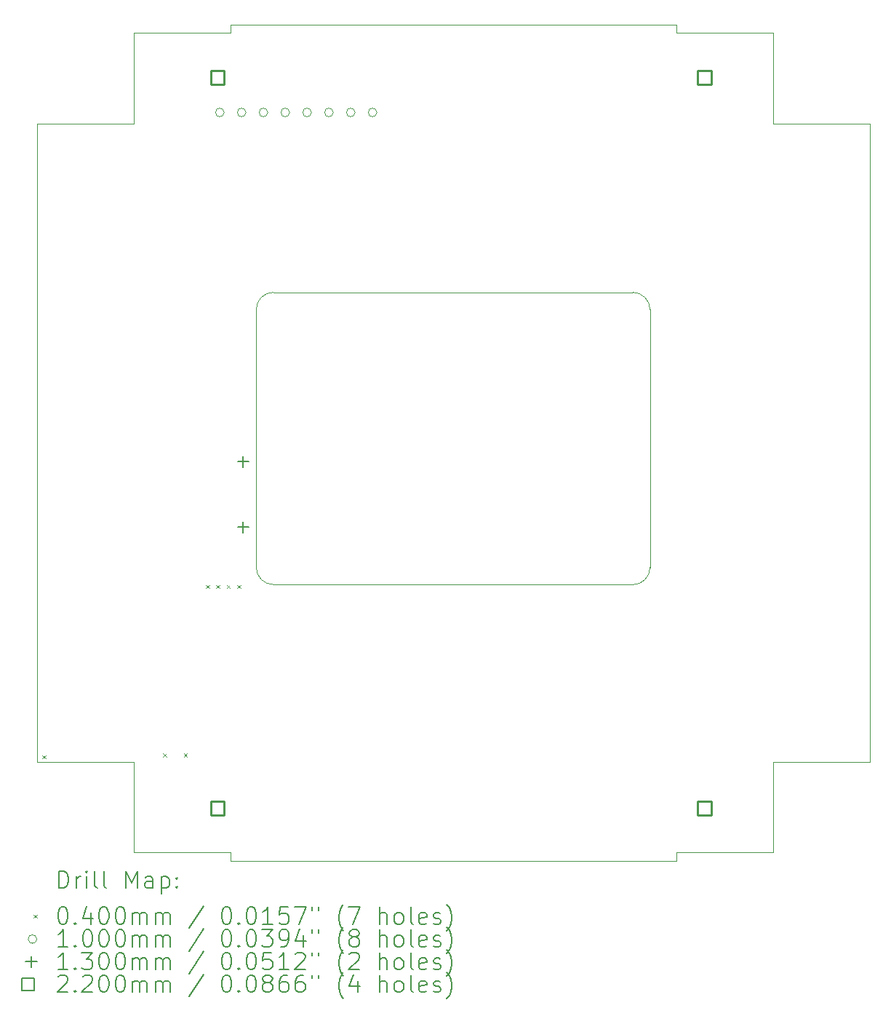
<source format=gbr>
%FSLAX45Y45*%
G04 Gerber Fmt 4.5, Leading zero omitted, Abs format (unit mm)*
G04 Created by KiCad (PCBNEW (6.0.5)) date 2023-01-23 16:43:18*
%MOMM*%
%LPD*%
G01*
G04 APERTURE LIST*
%TA.AperFunction,Profile*%
%ADD10C,0.100000*%
%TD*%
%TA.AperFunction,Profile*%
%ADD11C,0.050000*%
%TD*%
%ADD12C,0.200000*%
%ADD13C,0.040000*%
%ADD14C,0.100000*%
%ADD15C,0.130000*%
%ADD16C,0.220000*%
G04 APERTURE END LIST*
D10*
X15433452Y-10952000D02*
G75*
G03*
X15633680Y-10751321I-452J200680D01*
G01*
X15632679Y-7751548D02*
G75*
G03*
X15432000Y-7551320I-200680J-452D01*
G01*
X11049000Y-10750772D02*
G75*
G03*
X11249679Y-10951000I200679J452D01*
G01*
X11249000Y-7551000D02*
G75*
G03*
X11048772Y-7751679I452J-200680D01*
G01*
X15433452Y-10952000D02*
X11249679Y-10951000D01*
X11249000Y-7551000D02*
X15432000Y-7551320D01*
X11048772Y-7751679D02*
X11049000Y-10750772D01*
X15632679Y-7751548D02*
X15633680Y-10751321D01*
D11*
X9624200Y-14068320D02*
X9624200Y-13016760D01*
X15938800Y-14068320D02*
X15938800Y-14168320D01*
X18193800Y-5587000D02*
X17066400Y-5587000D01*
X8497000Y-5587000D02*
X8496800Y-13016760D01*
X10751800Y-4535440D02*
X10751800Y-4435440D01*
X10751600Y-14068320D02*
X9624200Y-14068320D01*
X15938800Y-14168320D02*
X10751600Y-14168320D01*
X17066200Y-14068320D02*
X15938800Y-14068320D01*
X18193600Y-13016760D02*
X18193800Y-5587000D01*
X17066200Y-14068320D02*
X17066200Y-13016760D01*
X9624400Y-5587000D02*
X9624400Y-4535440D01*
X10751800Y-4535440D02*
X9624400Y-4535440D01*
X10751600Y-14168320D02*
X10751600Y-14068320D01*
X9624400Y-5587000D02*
X8497000Y-5587000D01*
X17066400Y-5587000D02*
X17066400Y-4535440D01*
X9624200Y-13016760D02*
X8496800Y-13016760D01*
X18193600Y-13016760D02*
X17066200Y-13016760D01*
X15939000Y-4435440D02*
X10751800Y-4435440D01*
X15939000Y-4435440D02*
X15939000Y-4535440D01*
X17066400Y-4535440D02*
X15939000Y-4535440D01*
D12*
D13*
X8561000Y-12937000D02*
X8601000Y-12977000D01*
X8601000Y-12937000D02*
X8561000Y-12977000D01*
X9961400Y-12914000D02*
X10001400Y-12954000D01*
X10001400Y-12914000D02*
X9961400Y-12954000D01*
X10206200Y-12914000D02*
X10246200Y-12954000D01*
X10246200Y-12914000D02*
X10206200Y-12954000D01*
X10460800Y-10955600D02*
X10500800Y-10995600D01*
X10500800Y-10955600D02*
X10460800Y-10995600D01*
X10583200Y-10955600D02*
X10623200Y-10995600D01*
X10623200Y-10955600D02*
X10583200Y-10995600D01*
X10705600Y-10955600D02*
X10745600Y-10995600D01*
X10745600Y-10955600D02*
X10705600Y-10995600D01*
X10828000Y-10955600D02*
X10868000Y-10995600D01*
X10868000Y-10955600D02*
X10828000Y-10995600D01*
D14*
X10675400Y-5458560D02*
G75*
G03*
X10675400Y-5458560I-50000J0D01*
G01*
X10929400Y-5458560D02*
G75*
G03*
X10929400Y-5458560I-50000J0D01*
G01*
X11183400Y-5458560D02*
G75*
G03*
X11183400Y-5458560I-50000J0D01*
G01*
X11437400Y-5458560D02*
G75*
G03*
X11437400Y-5458560I-50000J0D01*
G01*
X11691400Y-5458560D02*
G75*
G03*
X11691400Y-5458560I-50000J0D01*
G01*
X11945400Y-5458560D02*
G75*
G03*
X11945400Y-5458560I-50000J0D01*
G01*
X12199400Y-5458560D02*
G75*
G03*
X12199400Y-5458560I-50000J0D01*
G01*
X12453400Y-5458560D02*
G75*
G03*
X12453400Y-5458560I-50000J0D01*
G01*
D15*
X10897600Y-9456760D02*
X10897600Y-9586760D01*
X10832600Y-9521760D02*
X10962600Y-9521760D01*
X10897600Y-10218760D02*
X10897600Y-10348760D01*
X10832600Y-10283760D02*
X10962600Y-10283760D01*
D16*
X10676583Y-5129103D02*
X10676583Y-4973538D01*
X10521018Y-4973538D01*
X10521018Y-5129103D01*
X10676583Y-5129103D01*
X10676583Y-13629102D02*
X10676583Y-13473537D01*
X10521018Y-13473537D01*
X10521018Y-13629102D01*
X10676583Y-13629102D01*
X16343982Y-5129103D02*
X16343982Y-4973538D01*
X16188417Y-4973538D01*
X16188417Y-5129103D01*
X16343982Y-5129103D01*
X16343982Y-13629102D02*
X16343982Y-13473537D01*
X16188417Y-13473537D01*
X16188417Y-13629102D01*
X16343982Y-13629102D01*
D12*
X8751919Y-14481296D02*
X8751919Y-14281296D01*
X8799538Y-14281296D01*
X8828110Y-14290820D01*
X8847157Y-14309868D01*
X8856681Y-14328915D01*
X8866205Y-14367010D01*
X8866205Y-14395582D01*
X8856681Y-14433677D01*
X8847157Y-14452725D01*
X8828110Y-14471772D01*
X8799538Y-14481296D01*
X8751919Y-14481296D01*
X8951919Y-14481296D02*
X8951919Y-14347963D01*
X8951919Y-14386058D02*
X8961443Y-14367010D01*
X8970967Y-14357487D01*
X8990014Y-14347963D01*
X9009062Y-14347963D01*
X9075729Y-14481296D02*
X9075729Y-14347963D01*
X9075729Y-14281296D02*
X9066205Y-14290820D01*
X9075729Y-14300344D01*
X9085252Y-14290820D01*
X9075729Y-14281296D01*
X9075729Y-14300344D01*
X9199538Y-14481296D02*
X9180490Y-14471772D01*
X9170967Y-14452725D01*
X9170967Y-14281296D01*
X9304300Y-14481296D02*
X9285252Y-14471772D01*
X9275729Y-14452725D01*
X9275729Y-14281296D01*
X9532871Y-14481296D02*
X9532871Y-14281296D01*
X9599538Y-14424153D01*
X9666205Y-14281296D01*
X9666205Y-14481296D01*
X9847157Y-14481296D02*
X9847157Y-14376534D01*
X9837633Y-14357487D01*
X9818586Y-14347963D01*
X9780490Y-14347963D01*
X9761443Y-14357487D01*
X9847157Y-14471772D02*
X9828110Y-14481296D01*
X9780490Y-14481296D01*
X9761443Y-14471772D01*
X9751919Y-14452725D01*
X9751919Y-14433677D01*
X9761443Y-14414629D01*
X9780490Y-14405106D01*
X9828110Y-14405106D01*
X9847157Y-14395582D01*
X9942395Y-14347963D02*
X9942395Y-14547963D01*
X9942395Y-14357487D02*
X9961443Y-14347963D01*
X9999538Y-14347963D01*
X10018586Y-14357487D01*
X10028110Y-14367010D01*
X10037633Y-14386058D01*
X10037633Y-14443201D01*
X10028110Y-14462248D01*
X10018586Y-14471772D01*
X9999538Y-14481296D01*
X9961443Y-14481296D01*
X9942395Y-14471772D01*
X10123348Y-14462248D02*
X10132871Y-14471772D01*
X10123348Y-14481296D01*
X10113824Y-14471772D01*
X10123348Y-14462248D01*
X10123348Y-14481296D01*
X10123348Y-14357487D02*
X10132871Y-14367010D01*
X10123348Y-14376534D01*
X10113824Y-14367010D01*
X10123348Y-14357487D01*
X10123348Y-14376534D01*
D13*
X8454300Y-14790820D02*
X8494300Y-14830820D01*
X8494300Y-14790820D02*
X8454300Y-14830820D01*
D12*
X8790014Y-14701296D02*
X8809062Y-14701296D01*
X8828110Y-14710820D01*
X8837633Y-14720344D01*
X8847157Y-14739391D01*
X8856681Y-14777487D01*
X8856681Y-14825106D01*
X8847157Y-14863201D01*
X8837633Y-14882248D01*
X8828110Y-14891772D01*
X8809062Y-14901296D01*
X8790014Y-14901296D01*
X8770967Y-14891772D01*
X8761443Y-14882248D01*
X8751919Y-14863201D01*
X8742395Y-14825106D01*
X8742395Y-14777487D01*
X8751919Y-14739391D01*
X8761443Y-14720344D01*
X8770967Y-14710820D01*
X8790014Y-14701296D01*
X8942395Y-14882248D02*
X8951919Y-14891772D01*
X8942395Y-14901296D01*
X8932871Y-14891772D01*
X8942395Y-14882248D01*
X8942395Y-14901296D01*
X9123348Y-14767963D02*
X9123348Y-14901296D01*
X9075729Y-14691772D02*
X9028110Y-14834629D01*
X9151919Y-14834629D01*
X9266205Y-14701296D02*
X9285252Y-14701296D01*
X9304300Y-14710820D01*
X9313824Y-14720344D01*
X9323348Y-14739391D01*
X9332871Y-14777487D01*
X9332871Y-14825106D01*
X9323348Y-14863201D01*
X9313824Y-14882248D01*
X9304300Y-14891772D01*
X9285252Y-14901296D01*
X9266205Y-14901296D01*
X9247157Y-14891772D01*
X9237633Y-14882248D01*
X9228110Y-14863201D01*
X9218586Y-14825106D01*
X9218586Y-14777487D01*
X9228110Y-14739391D01*
X9237633Y-14720344D01*
X9247157Y-14710820D01*
X9266205Y-14701296D01*
X9456681Y-14701296D02*
X9475729Y-14701296D01*
X9494776Y-14710820D01*
X9504300Y-14720344D01*
X9513824Y-14739391D01*
X9523348Y-14777487D01*
X9523348Y-14825106D01*
X9513824Y-14863201D01*
X9504300Y-14882248D01*
X9494776Y-14891772D01*
X9475729Y-14901296D01*
X9456681Y-14901296D01*
X9437633Y-14891772D01*
X9428110Y-14882248D01*
X9418586Y-14863201D01*
X9409062Y-14825106D01*
X9409062Y-14777487D01*
X9418586Y-14739391D01*
X9428110Y-14720344D01*
X9437633Y-14710820D01*
X9456681Y-14701296D01*
X9609062Y-14901296D02*
X9609062Y-14767963D01*
X9609062Y-14787010D02*
X9618586Y-14777487D01*
X9637633Y-14767963D01*
X9666205Y-14767963D01*
X9685252Y-14777487D01*
X9694776Y-14796534D01*
X9694776Y-14901296D01*
X9694776Y-14796534D02*
X9704300Y-14777487D01*
X9723348Y-14767963D01*
X9751919Y-14767963D01*
X9770967Y-14777487D01*
X9780490Y-14796534D01*
X9780490Y-14901296D01*
X9875729Y-14901296D02*
X9875729Y-14767963D01*
X9875729Y-14787010D02*
X9885252Y-14777487D01*
X9904300Y-14767963D01*
X9932871Y-14767963D01*
X9951919Y-14777487D01*
X9961443Y-14796534D01*
X9961443Y-14901296D01*
X9961443Y-14796534D02*
X9970967Y-14777487D01*
X9990014Y-14767963D01*
X10018586Y-14767963D01*
X10037633Y-14777487D01*
X10047157Y-14796534D01*
X10047157Y-14901296D01*
X10437633Y-14691772D02*
X10266205Y-14948915D01*
X10694776Y-14701296D02*
X10713824Y-14701296D01*
X10732871Y-14710820D01*
X10742395Y-14720344D01*
X10751919Y-14739391D01*
X10761443Y-14777487D01*
X10761443Y-14825106D01*
X10751919Y-14863201D01*
X10742395Y-14882248D01*
X10732871Y-14891772D01*
X10713824Y-14901296D01*
X10694776Y-14901296D01*
X10675729Y-14891772D01*
X10666205Y-14882248D01*
X10656681Y-14863201D01*
X10647157Y-14825106D01*
X10647157Y-14777487D01*
X10656681Y-14739391D01*
X10666205Y-14720344D01*
X10675729Y-14710820D01*
X10694776Y-14701296D01*
X10847157Y-14882248D02*
X10856681Y-14891772D01*
X10847157Y-14901296D01*
X10837633Y-14891772D01*
X10847157Y-14882248D01*
X10847157Y-14901296D01*
X10980490Y-14701296D02*
X10999538Y-14701296D01*
X11018586Y-14710820D01*
X11028110Y-14720344D01*
X11037633Y-14739391D01*
X11047157Y-14777487D01*
X11047157Y-14825106D01*
X11037633Y-14863201D01*
X11028110Y-14882248D01*
X11018586Y-14891772D01*
X10999538Y-14901296D01*
X10980490Y-14901296D01*
X10961443Y-14891772D01*
X10951919Y-14882248D01*
X10942395Y-14863201D01*
X10932871Y-14825106D01*
X10932871Y-14777487D01*
X10942395Y-14739391D01*
X10951919Y-14720344D01*
X10961443Y-14710820D01*
X10980490Y-14701296D01*
X11237633Y-14901296D02*
X11123348Y-14901296D01*
X11180490Y-14901296D02*
X11180490Y-14701296D01*
X11161443Y-14729868D01*
X11142395Y-14748915D01*
X11123348Y-14758439D01*
X11418586Y-14701296D02*
X11323348Y-14701296D01*
X11313824Y-14796534D01*
X11323348Y-14787010D01*
X11342395Y-14777487D01*
X11390014Y-14777487D01*
X11409062Y-14787010D01*
X11418586Y-14796534D01*
X11428109Y-14815582D01*
X11428109Y-14863201D01*
X11418586Y-14882248D01*
X11409062Y-14891772D01*
X11390014Y-14901296D01*
X11342395Y-14901296D01*
X11323348Y-14891772D01*
X11313824Y-14882248D01*
X11494776Y-14701296D02*
X11628109Y-14701296D01*
X11542395Y-14901296D01*
X11694776Y-14701296D02*
X11694776Y-14739391D01*
X11770967Y-14701296D02*
X11770967Y-14739391D01*
X12066205Y-14977487D02*
X12056681Y-14967963D01*
X12037633Y-14939391D01*
X12028109Y-14920344D01*
X12018586Y-14891772D01*
X12009062Y-14844153D01*
X12009062Y-14806058D01*
X12018586Y-14758439D01*
X12028109Y-14729868D01*
X12037633Y-14710820D01*
X12056681Y-14682248D01*
X12066205Y-14672725D01*
X12123348Y-14701296D02*
X12256681Y-14701296D01*
X12170967Y-14901296D01*
X12485252Y-14901296D02*
X12485252Y-14701296D01*
X12570967Y-14901296D02*
X12570967Y-14796534D01*
X12561443Y-14777487D01*
X12542395Y-14767963D01*
X12513824Y-14767963D01*
X12494776Y-14777487D01*
X12485252Y-14787010D01*
X12694776Y-14901296D02*
X12675728Y-14891772D01*
X12666205Y-14882248D01*
X12656681Y-14863201D01*
X12656681Y-14806058D01*
X12666205Y-14787010D01*
X12675728Y-14777487D01*
X12694776Y-14767963D01*
X12723348Y-14767963D01*
X12742395Y-14777487D01*
X12751919Y-14787010D01*
X12761443Y-14806058D01*
X12761443Y-14863201D01*
X12751919Y-14882248D01*
X12742395Y-14891772D01*
X12723348Y-14901296D01*
X12694776Y-14901296D01*
X12875728Y-14901296D02*
X12856681Y-14891772D01*
X12847157Y-14872725D01*
X12847157Y-14701296D01*
X13028109Y-14891772D02*
X13009062Y-14901296D01*
X12970967Y-14901296D01*
X12951919Y-14891772D01*
X12942395Y-14872725D01*
X12942395Y-14796534D01*
X12951919Y-14777487D01*
X12970967Y-14767963D01*
X13009062Y-14767963D01*
X13028109Y-14777487D01*
X13037633Y-14796534D01*
X13037633Y-14815582D01*
X12942395Y-14834629D01*
X13113824Y-14891772D02*
X13132871Y-14901296D01*
X13170967Y-14901296D01*
X13190014Y-14891772D01*
X13199538Y-14872725D01*
X13199538Y-14863201D01*
X13190014Y-14844153D01*
X13170967Y-14834629D01*
X13142395Y-14834629D01*
X13123348Y-14825106D01*
X13113824Y-14806058D01*
X13113824Y-14796534D01*
X13123348Y-14777487D01*
X13142395Y-14767963D01*
X13170967Y-14767963D01*
X13190014Y-14777487D01*
X13266205Y-14977487D02*
X13275728Y-14967963D01*
X13294776Y-14939391D01*
X13304300Y-14920344D01*
X13313824Y-14891772D01*
X13323348Y-14844153D01*
X13323348Y-14806058D01*
X13313824Y-14758439D01*
X13304300Y-14729868D01*
X13294776Y-14710820D01*
X13275728Y-14682248D01*
X13266205Y-14672725D01*
D14*
X8494300Y-15074820D02*
G75*
G03*
X8494300Y-15074820I-50000J0D01*
G01*
D12*
X8856681Y-15165296D02*
X8742395Y-15165296D01*
X8799538Y-15165296D02*
X8799538Y-14965296D01*
X8780490Y-14993868D01*
X8761443Y-15012915D01*
X8742395Y-15022439D01*
X8942395Y-15146248D02*
X8951919Y-15155772D01*
X8942395Y-15165296D01*
X8932871Y-15155772D01*
X8942395Y-15146248D01*
X8942395Y-15165296D01*
X9075729Y-14965296D02*
X9094776Y-14965296D01*
X9113824Y-14974820D01*
X9123348Y-14984344D01*
X9132871Y-15003391D01*
X9142395Y-15041487D01*
X9142395Y-15089106D01*
X9132871Y-15127201D01*
X9123348Y-15146248D01*
X9113824Y-15155772D01*
X9094776Y-15165296D01*
X9075729Y-15165296D01*
X9056681Y-15155772D01*
X9047157Y-15146248D01*
X9037633Y-15127201D01*
X9028110Y-15089106D01*
X9028110Y-15041487D01*
X9037633Y-15003391D01*
X9047157Y-14984344D01*
X9056681Y-14974820D01*
X9075729Y-14965296D01*
X9266205Y-14965296D02*
X9285252Y-14965296D01*
X9304300Y-14974820D01*
X9313824Y-14984344D01*
X9323348Y-15003391D01*
X9332871Y-15041487D01*
X9332871Y-15089106D01*
X9323348Y-15127201D01*
X9313824Y-15146248D01*
X9304300Y-15155772D01*
X9285252Y-15165296D01*
X9266205Y-15165296D01*
X9247157Y-15155772D01*
X9237633Y-15146248D01*
X9228110Y-15127201D01*
X9218586Y-15089106D01*
X9218586Y-15041487D01*
X9228110Y-15003391D01*
X9237633Y-14984344D01*
X9247157Y-14974820D01*
X9266205Y-14965296D01*
X9456681Y-14965296D02*
X9475729Y-14965296D01*
X9494776Y-14974820D01*
X9504300Y-14984344D01*
X9513824Y-15003391D01*
X9523348Y-15041487D01*
X9523348Y-15089106D01*
X9513824Y-15127201D01*
X9504300Y-15146248D01*
X9494776Y-15155772D01*
X9475729Y-15165296D01*
X9456681Y-15165296D01*
X9437633Y-15155772D01*
X9428110Y-15146248D01*
X9418586Y-15127201D01*
X9409062Y-15089106D01*
X9409062Y-15041487D01*
X9418586Y-15003391D01*
X9428110Y-14984344D01*
X9437633Y-14974820D01*
X9456681Y-14965296D01*
X9609062Y-15165296D02*
X9609062Y-15031963D01*
X9609062Y-15051010D02*
X9618586Y-15041487D01*
X9637633Y-15031963D01*
X9666205Y-15031963D01*
X9685252Y-15041487D01*
X9694776Y-15060534D01*
X9694776Y-15165296D01*
X9694776Y-15060534D02*
X9704300Y-15041487D01*
X9723348Y-15031963D01*
X9751919Y-15031963D01*
X9770967Y-15041487D01*
X9780490Y-15060534D01*
X9780490Y-15165296D01*
X9875729Y-15165296D02*
X9875729Y-15031963D01*
X9875729Y-15051010D02*
X9885252Y-15041487D01*
X9904300Y-15031963D01*
X9932871Y-15031963D01*
X9951919Y-15041487D01*
X9961443Y-15060534D01*
X9961443Y-15165296D01*
X9961443Y-15060534D02*
X9970967Y-15041487D01*
X9990014Y-15031963D01*
X10018586Y-15031963D01*
X10037633Y-15041487D01*
X10047157Y-15060534D01*
X10047157Y-15165296D01*
X10437633Y-14955772D02*
X10266205Y-15212915D01*
X10694776Y-14965296D02*
X10713824Y-14965296D01*
X10732871Y-14974820D01*
X10742395Y-14984344D01*
X10751919Y-15003391D01*
X10761443Y-15041487D01*
X10761443Y-15089106D01*
X10751919Y-15127201D01*
X10742395Y-15146248D01*
X10732871Y-15155772D01*
X10713824Y-15165296D01*
X10694776Y-15165296D01*
X10675729Y-15155772D01*
X10666205Y-15146248D01*
X10656681Y-15127201D01*
X10647157Y-15089106D01*
X10647157Y-15041487D01*
X10656681Y-15003391D01*
X10666205Y-14984344D01*
X10675729Y-14974820D01*
X10694776Y-14965296D01*
X10847157Y-15146248D02*
X10856681Y-15155772D01*
X10847157Y-15165296D01*
X10837633Y-15155772D01*
X10847157Y-15146248D01*
X10847157Y-15165296D01*
X10980490Y-14965296D02*
X10999538Y-14965296D01*
X11018586Y-14974820D01*
X11028110Y-14984344D01*
X11037633Y-15003391D01*
X11047157Y-15041487D01*
X11047157Y-15089106D01*
X11037633Y-15127201D01*
X11028110Y-15146248D01*
X11018586Y-15155772D01*
X10999538Y-15165296D01*
X10980490Y-15165296D01*
X10961443Y-15155772D01*
X10951919Y-15146248D01*
X10942395Y-15127201D01*
X10932871Y-15089106D01*
X10932871Y-15041487D01*
X10942395Y-15003391D01*
X10951919Y-14984344D01*
X10961443Y-14974820D01*
X10980490Y-14965296D01*
X11113824Y-14965296D02*
X11237633Y-14965296D01*
X11170967Y-15041487D01*
X11199538Y-15041487D01*
X11218586Y-15051010D01*
X11228109Y-15060534D01*
X11237633Y-15079582D01*
X11237633Y-15127201D01*
X11228109Y-15146248D01*
X11218586Y-15155772D01*
X11199538Y-15165296D01*
X11142395Y-15165296D01*
X11123348Y-15155772D01*
X11113824Y-15146248D01*
X11332871Y-15165296D02*
X11370967Y-15165296D01*
X11390014Y-15155772D01*
X11399538Y-15146248D01*
X11418586Y-15117677D01*
X11428109Y-15079582D01*
X11428109Y-15003391D01*
X11418586Y-14984344D01*
X11409062Y-14974820D01*
X11390014Y-14965296D01*
X11351919Y-14965296D01*
X11332871Y-14974820D01*
X11323348Y-14984344D01*
X11313824Y-15003391D01*
X11313824Y-15051010D01*
X11323348Y-15070058D01*
X11332871Y-15079582D01*
X11351919Y-15089106D01*
X11390014Y-15089106D01*
X11409062Y-15079582D01*
X11418586Y-15070058D01*
X11428109Y-15051010D01*
X11599538Y-15031963D02*
X11599538Y-15165296D01*
X11551919Y-14955772D02*
X11504300Y-15098629D01*
X11628109Y-15098629D01*
X11694776Y-14965296D02*
X11694776Y-15003391D01*
X11770967Y-14965296D02*
X11770967Y-15003391D01*
X12066205Y-15241487D02*
X12056681Y-15231963D01*
X12037633Y-15203391D01*
X12028109Y-15184344D01*
X12018586Y-15155772D01*
X12009062Y-15108153D01*
X12009062Y-15070058D01*
X12018586Y-15022439D01*
X12028109Y-14993868D01*
X12037633Y-14974820D01*
X12056681Y-14946248D01*
X12066205Y-14936725D01*
X12170967Y-15051010D02*
X12151919Y-15041487D01*
X12142395Y-15031963D01*
X12132871Y-15012915D01*
X12132871Y-15003391D01*
X12142395Y-14984344D01*
X12151919Y-14974820D01*
X12170967Y-14965296D01*
X12209062Y-14965296D01*
X12228109Y-14974820D01*
X12237633Y-14984344D01*
X12247157Y-15003391D01*
X12247157Y-15012915D01*
X12237633Y-15031963D01*
X12228109Y-15041487D01*
X12209062Y-15051010D01*
X12170967Y-15051010D01*
X12151919Y-15060534D01*
X12142395Y-15070058D01*
X12132871Y-15089106D01*
X12132871Y-15127201D01*
X12142395Y-15146248D01*
X12151919Y-15155772D01*
X12170967Y-15165296D01*
X12209062Y-15165296D01*
X12228109Y-15155772D01*
X12237633Y-15146248D01*
X12247157Y-15127201D01*
X12247157Y-15089106D01*
X12237633Y-15070058D01*
X12228109Y-15060534D01*
X12209062Y-15051010D01*
X12485252Y-15165296D02*
X12485252Y-14965296D01*
X12570967Y-15165296D02*
X12570967Y-15060534D01*
X12561443Y-15041487D01*
X12542395Y-15031963D01*
X12513824Y-15031963D01*
X12494776Y-15041487D01*
X12485252Y-15051010D01*
X12694776Y-15165296D02*
X12675728Y-15155772D01*
X12666205Y-15146248D01*
X12656681Y-15127201D01*
X12656681Y-15070058D01*
X12666205Y-15051010D01*
X12675728Y-15041487D01*
X12694776Y-15031963D01*
X12723348Y-15031963D01*
X12742395Y-15041487D01*
X12751919Y-15051010D01*
X12761443Y-15070058D01*
X12761443Y-15127201D01*
X12751919Y-15146248D01*
X12742395Y-15155772D01*
X12723348Y-15165296D01*
X12694776Y-15165296D01*
X12875728Y-15165296D02*
X12856681Y-15155772D01*
X12847157Y-15136725D01*
X12847157Y-14965296D01*
X13028109Y-15155772D02*
X13009062Y-15165296D01*
X12970967Y-15165296D01*
X12951919Y-15155772D01*
X12942395Y-15136725D01*
X12942395Y-15060534D01*
X12951919Y-15041487D01*
X12970967Y-15031963D01*
X13009062Y-15031963D01*
X13028109Y-15041487D01*
X13037633Y-15060534D01*
X13037633Y-15079582D01*
X12942395Y-15098629D01*
X13113824Y-15155772D02*
X13132871Y-15165296D01*
X13170967Y-15165296D01*
X13190014Y-15155772D01*
X13199538Y-15136725D01*
X13199538Y-15127201D01*
X13190014Y-15108153D01*
X13170967Y-15098629D01*
X13142395Y-15098629D01*
X13123348Y-15089106D01*
X13113824Y-15070058D01*
X13113824Y-15060534D01*
X13123348Y-15041487D01*
X13142395Y-15031963D01*
X13170967Y-15031963D01*
X13190014Y-15041487D01*
X13266205Y-15241487D02*
X13275728Y-15231963D01*
X13294776Y-15203391D01*
X13304300Y-15184344D01*
X13313824Y-15155772D01*
X13323348Y-15108153D01*
X13323348Y-15070058D01*
X13313824Y-15022439D01*
X13304300Y-14993868D01*
X13294776Y-14974820D01*
X13275728Y-14946248D01*
X13266205Y-14936725D01*
D15*
X8429300Y-15273820D02*
X8429300Y-15403820D01*
X8364300Y-15338820D02*
X8494300Y-15338820D01*
D12*
X8856681Y-15429296D02*
X8742395Y-15429296D01*
X8799538Y-15429296D02*
X8799538Y-15229296D01*
X8780490Y-15257868D01*
X8761443Y-15276915D01*
X8742395Y-15286439D01*
X8942395Y-15410248D02*
X8951919Y-15419772D01*
X8942395Y-15429296D01*
X8932871Y-15419772D01*
X8942395Y-15410248D01*
X8942395Y-15429296D01*
X9018586Y-15229296D02*
X9142395Y-15229296D01*
X9075729Y-15305487D01*
X9104300Y-15305487D01*
X9123348Y-15315010D01*
X9132871Y-15324534D01*
X9142395Y-15343582D01*
X9142395Y-15391201D01*
X9132871Y-15410248D01*
X9123348Y-15419772D01*
X9104300Y-15429296D01*
X9047157Y-15429296D01*
X9028110Y-15419772D01*
X9018586Y-15410248D01*
X9266205Y-15229296D02*
X9285252Y-15229296D01*
X9304300Y-15238820D01*
X9313824Y-15248344D01*
X9323348Y-15267391D01*
X9332871Y-15305487D01*
X9332871Y-15353106D01*
X9323348Y-15391201D01*
X9313824Y-15410248D01*
X9304300Y-15419772D01*
X9285252Y-15429296D01*
X9266205Y-15429296D01*
X9247157Y-15419772D01*
X9237633Y-15410248D01*
X9228110Y-15391201D01*
X9218586Y-15353106D01*
X9218586Y-15305487D01*
X9228110Y-15267391D01*
X9237633Y-15248344D01*
X9247157Y-15238820D01*
X9266205Y-15229296D01*
X9456681Y-15229296D02*
X9475729Y-15229296D01*
X9494776Y-15238820D01*
X9504300Y-15248344D01*
X9513824Y-15267391D01*
X9523348Y-15305487D01*
X9523348Y-15353106D01*
X9513824Y-15391201D01*
X9504300Y-15410248D01*
X9494776Y-15419772D01*
X9475729Y-15429296D01*
X9456681Y-15429296D01*
X9437633Y-15419772D01*
X9428110Y-15410248D01*
X9418586Y-15391201D01*
X9409062Y-15353106D01*
X9409062Y-15305487D01*
X9418586Y-15267391D01*
X9428110Y-15248344D01*
X9437633Y-15238820D01*
X9456681Y-15229296D01*
X9609062Y-15429296D02*
X9609062Y-15295963D01*
X9609062Y-15315010D02*
X9618586Y-15305487D01*
X9637633Y-15295963D01*
X9666205Y-15295963D01*
X9685252Y-15305487D01*
X9694776Y-15324534D01*
X9694776Y-15429296D01*
X9694776Y-15324534D02*
X9704300Y-15305487D01*
X9723348Y-15295963D01*
X9751919Y-15295963D01*
X9770967Y-15305487D01*
X9780490Y-15324534D01*
X9780490Y-15429296D01*
X9875729Y-15429296D02*
X9875729Y-15295963D01*
X9875729Y-15315010D02*
X9885252Y-15305487D01*
X9904300Y-15295963D01*
X9932871Y-15295963D01*
X9951919Y-15305487D01*
X9961443Y-15324534D01*
X9961443Y-15429296D01*
X9961443Y-15324534D02*
X9970967Y-15305487D01*
X9990014Y-15295963D01*
X10018586Y-15295963D01*
X10037633Y-15305487D01*
X10047157Y-15324534D01*
X10047157Y-15429296D01*
X10437633Y-15219772D02*
X10266205Y-15476915D01*
X10694776Y-15229296D02*
X10713824Y-15229296D01*
X10732871Y-15238820D01*
X10742395Y-15248344D01*
X10751919Y-15267391D01*
X10761443Y-15305487D01*
X10761443Y-15353106D01*
X10751919Y-15391201D01*
X10742395Y-15410248D01*
X10732871Y-15419772D01*
X10713824Y-15429296D01*
X10694776Y-15429296D01*
X10675729Y-15419772D01*
X10666205Y-15410248D01*
X10656681Y-15391201D01*
X10647157Y-15353106D01*
X10647157Y-15305487D01*
X10656681Y-15267391D01*
X10666205Y-15248344D01*
X10675729Y-15238820D01*
X10694776Y-15229296D01*
X10847157Y-15410248D02*
X10856681Y-15419772D01*
X10847157Y-15429296D01*
X10837633Y-15419772D01*
X10847157Y-15410248D01*
X10847157Y-15429296D01*
X10980490Y-15229296D02*
X10999538Y-15229296D01*
X11018586Y-15238820D01*
X11028110Y-15248344D01*
X11037633Y-15267391D01*
X11047157Y-15305487D01*
X11047157Y-15353106D01*
X11037633Y-15391201D01*
X11028110Y-15410248D01*
X11018586Y-15419772D01*
X10999538Y-15429296D01*
X10980490Y-15429296D01*
X10961443Y-15419772D01*
X10951919Y-15410248D01*
X10942395Y-15391201D01*
X10932871Y-15353106D01*
X10932871Y-15305487D01*
X10942395Y-15267391D01*
X10951919Y-15248344D01*
X10961443Y-15238820D01*
X10980490Y-15229296D01*
X11228109Y-15229296D02*
X11132871Y-15229296D01*
X11123348Y-15324534D01*
X11132871Y-15315010D01*
X11151919Y-15305487D01*
X11199538Y-15305487D01*
X11218586Y-15315010D01*
X11228109Y-15324534D01*
X11237633Y-15343582D01*
X11237633Y-15391201D01*
X11228109Y-15410248D01*
X11218586Y-15419772D01*
X11199538Y-15429296D01*
X11151919Y-15429296D01*
X11132871Y-15419772D01*
X11123348Y-15410248D01*
X11428109Y-15429296D02*
X11313824Y-15429296D01*
X11370967Y-15429296D02*
X11370967Y-15229296D01*
X11351919Y-15257868D01*
X11332871Y-15276915D01*
X11313824Y-15286439D01*
X11504300Y-15248344D02*
X11513824Y-15238820D01*
X11532871Y-15229296D01*
X11580490Y-15229296D01*
X11599538Y-15238820D01*
X11609062Y-15248344D01*
X11618586Y-15267391D01*
X11618586Y-15286439D01*
X11609062Y-15315010D01*
X11494776Y-15429296D01*
X11618586Y-15429296D01*
X11694776Y-15229296D02*
X11694776Y-15267391D01*
X11770967Y-15229296D02*
X11770967Y-15267391D01*
X12066205Y-15505487D02*
X12056681Y-15495963D01*
X12037633Y-15467391D01*
X12028109Y-15448344D01*
X12018586Y-15419772D01*
X12009062Y-15372153D01*
X12009062Y-15334058D01*
X12018586Y-15286439D01*
X12028109Y-15257868D01*
X12037633Y-15238820D01*
X12056681Y-15210248D01*
X12066205Y-15200725D01*
X12132871Y-15248344D02*
X12142395Y-15238820D01*
X12161443Y-15229296D01*
X12209062Y-15229296D01*
X12228109Y-15238820D01*
X12237633Y-15248344D01*
X12247157Y-15267391D01*
X12247157Y-15286439D01*
X12237633Y-15315010D01*
X12123348Y-15429296D01*
X12247157Y-15429296D01*
X12485252Y-15429296D02*
X12485252Y-15229296D01*
X12570967Y-15429296D02*
X12570967Y-15324534D01*
X12561443Y-15305487D01*
X12542395Y-15295963D01*
X12513824Y-15295963D01*
X12494776Y-15305487D01*
X12485252Y-15315010D01*
X12694776Y-15429296D02*
X12675728Y-15419772D01*
X12666205Y-15410248D01*
X12656681Y-15391201D01*
X12656681Y-15334058D01*
X12666205Y-15315010D01*
X12675728Y-15305487D01*
X12694776Y-15295963D01*
X12723348Y-15295963D01*
X12742395Y-15305487D01*
X12751919Y-15315010D01*
X12761443Y-15334058D01*
X12761443Y-15391201D01*
X12751919Y-15410248D01*
X12742395Y-15419772D01*
X12723348Y-15429296D01*
X12694776Y-15429296D01*
X12875728Y-15429296D02*
X12856681Y-15419772D01*
X12847157Y-15400725D01*
X12847157Y-15229296D01*
X13028109Y-15419772D02*
X13009062Y-15429296D01*
X12970967Y-15429296D01*
X12951919Y-15419772D01*
X12942395Y-15400725D01*
X12942395Y-15324534D01*
X12951919Y-15305487D01*
X12970967Y-15295963D01*
X13009062Y-15295963D01*
X13028109Y-15305487D01*
X13037633Y-15324534D01*
X13037633Y-15343582D01*
X12942395Y-15362629D01*
X13113824Y-15419772D02*
X13132871Y-15429296D01*
X13170967Y-15429296D01*
X13190014Y-15419772D01*
X13199538Y-15400725D01*
X13199538Y-15391201D01*
X13190014Y-15372153D01*
X13170967Y-15362629D01*
X13142395Y-15362629D01*
X13123348Y-15353106D01*
X13113824Y-15334058D01*
X13113824Y-15324534D01*
X13123348Y-15305487D01*
X13142395Y-15295963D01*
X13170967Y-15295963D01*
X13190014Y-15305487D01*
X13266205Y-15505487D02*
X13275728Y-15495963D01*
X13294776Y-15467391D01*
X13304300Y-15448344D01*
X13313824Y-15419772D01*
X13323348Y-15372153D01*
X13323348Y-15334058D01*
X13313824Y-15286439D01*
X13304300Y-15257868D01*
X13294776Y-15238820D01*
X13275728Y-15210248D01*
X13266205Y-15200725D01*
X8465011Y-15673531D02*
X8465011Y-15532109D01*
X8323589Y-15532109D01*
X8323589Y-15673531D01*
X8465011Y-15673531D01*
X8742395Y-15512344D02*
X8751919Y-15502820D01*
X8770967Y-15493296D01*
X8818586Y-15493296D01*
X8837633Y-15502820D01*
X8847157Y-15512344D01*
X8856681Y-15531391D01*
X8856681Y-15550439D01*
X8847157Y-15579010D01*
X8732871Y-15693296D01*
X8856681Y-15693296D01*
X8942395Y-15674248D02*
X8951919Y-15683772D01*
X8942395Y-15693296D01*
X8932871Y-15683772D01*
X8942395Y-15674248D01*
X8942395Y-15693296D01*
X9028110Y-15512344D02*
X9037633Y-15502820D01*
X9056681Y-15493296D01*
X9104300Y-15493296D01*
X9123348Y-15502820D01*
X9132871Y-15512344D01*
X9142395Y-15531391D01*
X9142395Y-15550439D01*
X9132871Y-15579010D01*
X9018586Y-15693296D01*
X9142395Y-15693296D01*
X9266205Y-15493296D02*
X9285252Y-15493296D01*
X9304300Y-15502820D01*
X9313824Y-15512344D01*
X9323348Y-15531391D01*
X9332871Y-15569487D01*
X9332871Y-15617106D01*
X9323348Y-15655201D01*
X9313824Y-15674248D01*
X9304300Y-15683772D01*
X9285252Y-15693296D01*
X9266205Y-15693296D01*
X9247157Y-15683772D01*
X9237633Y-15674248D01*
X9228110Y-15655201D01*
X9218586Y-15617106D01*
X9218586Y-15569487D01*
X9228110Y-15531391D01*
X9237633Y-15512344D01*
X9247157Y-15502820D01*
X9266205Y-15493296D01*
X9456681Y-15493296D02*
X9475729Y-15493296D01*
X9494776Y-15502820D01*
X9504300Y-15512344D01*
X9513824Y-15531391D01*
X9523348Y-15569487D01*
X9523348Y-15617106D01*
X9513824Y-15655201D01*
X9504300Y-15674248D01*
X9494776Y-15683772D01*
X9475729Y-15693296D01*
X9456681Y-15693296D01*
X9437633Y-15683772D01*
X9428110Y-15674248D01*
X9418586Y-15655201D01*
X9409062Y-15617106D01*
X9409062Y-15569487D01*
X9418586Y-15531391D01*
X9428110Y-15512344D01*
X9437633Y-15502820D01*
X9456681Y-15493296D01*
X9609062Y-15693296D02*
X9609062Y-15559963D01*
X9609062Y-15579010D02*
X9618586Y-15569487D01*
X9637633Y-15559963D01*
X9666205Y-15559963D01*
X9685252Y-15569487D01*
X9694776Y-15588534D01*
X9694776Y-15693296D01*
X9694776Y-15588534D02*
X9704300Y-15569487D01*
X9723348Y-15559963D01*
X9751919Y-15559963D01*
X9770967Y-15569487D01*
X9780490Y-15588534D01*
X9780490Y-15693296D01*
X9875729Y-15693296D02*
X9875729Y-15559963D01*
X9875729Y-15579010D02*
X9885252Y-15569487D01*
X9904300Y-15559963D01*
X9932871Y-15559963D01*
X9951919Y-15569487D01*
X9961443Y-15588534D01*
X9961443Y-15693296D01*
X9961443Y-15588534D02*
X9970967Y-15569487D01*
X9990014Y-15559963D01*
X10018586Y-15559963D01*
X10037633Y-15569487D01*
X10047157Y-15588534D01*
X10047157Y-15693296D01*
X10437633Y-15483772D02*
X10266205Y-15740915D01*
X10694776Y-15493296D02*
X10713824Y-15493296D01*
X10732871Y-15502820D01*
X10742395Y-15512344D01*
X10751919Y-15531391D01*
X10761443Y-15569487D01*
X10761443Y-15617106D01*
X10751919Y-15655201D01*
X10742395Y-15674248D01*
X10732871Y-15683772D01*
X10713824Y-15693296D01*
X10694776Y-15693296D01*
X10675729Y-15683772D01*
X10666205Y-15674248D01*
X10656681Y-15655201D01*
X10647157Y-15617106D01*
X10647157Y-15569487D01*
X10656681Y-15531391D01*
X10666205Y-15512344D01*
X10675729Y-15502820D01*
X10694776Y-15493296D01*
X10847157Y-15674248D02*
X10856681Y-15683772D01*
X10847157Y-15693296D01*
X10837633Y-15683772D01*
X10847157Y-15674248D01*
X10847157Y-15693296D01*
X10980490Y-15493296D02*
X10999538Y-15493296D01*
X11018586Y-15502820D01*
X11028110Y-15512344D01*
X11037633Y-15531391D01*
X11047157Y-15569487D01*
X11047157Y-15617106D01*
X11037633Y-15655201D01*
X11028110Y-15674248D01*
X11018586Y-15683772D01*
X10999538Y-15693296D01*
X10980490Y-15693296D01*
X10961443Y-15683772D01*
X10951919Y-15674248D01*
X10942395Y-15655201D01*
X10932871Y-15617106D01*
X10932871Y-15569487D01*
X10942395Y-15531391D01*
X10951919Y-15512344D01*
X10961443Y-15502820D01*
X10980490Y-15493296D01*
X11161443Y-15579010D02*
X11142395Y-15569487D01*
X11132871Y-15559963D01*
X11123348Y-15540915D01*
X11123348Y-15531391D01*
X11132871Y-15512344D01*
X11142395Y-15502820D01*
X11161443Y-15493296D01*
X11199538Y-15493296D01*
X11218586Y-15502820D01*
X11228109Y-15512344D01*
X11237633Y-15531391D01*
X11237633Y-15540915D01*
X11228109Y-15559963D01*
X11218586Y-15569487D01*
X11199538Y-15579010D01*
X11161443Y-15579010D01*
X11142395Y-15588534D01*
X11132871Y-15598058D01*
X11123348Y-15617106D01*
X11123348Y-15655201D01*
X11132871Y-15674248D01*
X11142395Y-15683772D01*
X11161443Y-15693296D01*
X11199538Y-15693296D01*
X11218586Y-15683772D01*
X11228109Y-15674248D01*
X11237633Y-15655201D01*
X11237633Y-15617106D01*
X11228109Y-15598058D01*
X11218586Y-15588534D01*
X11199538Y-15579010D01*
X11409062Y-15493296D02*
X11370967Y-15493296D01*
X11351919Y-15502820D01*
X11342395Y-15512344D01*
X11323348Y-15540915D01*
X11313824Y-15579010D01*
X11313824Y-15655201D01*
X11323348Y-15674248D01*
X11332871Y-15683772D01*
X11351919Y-15693296D01*
X11390014Y-15693296D01*
X11409062Y-15683772D01*
X11418586Y-15674248D01*
X11428109Y-15655201D01*
X11428109Y-15607582D01*
X11418586Y-15588534D01*
X11409062Y-15579010D01*
X11390014Y-15569487D01*
X11351919Y-15569487D01*
X11332871Y-15579010D01*
X11323348Y-15588534D01*
X11313824Y-15607582D01*
X11599538Y-15493296D02*
X11561443Y-15493296D01*
X11542395Y-15502820D01*
X11532871Y-15512344D01*
X11513824Y-15540915D01*
X11504300Y-15579010D01*
X11504300Y-15655201D01*
X11513824Y-15674248D01*
X11523348Y-15683772D01*
X11542395Y-15693296D01*
X11580490Y-15693296D01*
X11599538Y-15683772D01*
X11609062Y-15674248D01*
X11618586Y-15655201D01*
X11618586Y-15607582D01*
X11609062Y-15588534D01*
X11599538Y-15579010D01*
X11580490Y-15569487D01*
X11542395Y-15569487D01*
X11523348Y-15579010D01*
X11513824Y-15588534D01*
X11504300Y-15607582D01*
X11694776Y-15493296D02*
X11694776Y-15531391D01*
X11770967Y-15493296D02*
X11770967Y-15531391D01*
X12066205Y-15769487D02*
X12056681Y-15759963D01*
X12037633Y-15731391D01*
X12028109Y-15712344D01*
X12018586Y-15683772D01*
X12009062Y-15636153D01*
X12009062Y-15598058D01*
X12018586Y-15550439D01*
X12028109Y-15521868D01*
X12037633Y-15502820D01*
X12056681Y-15474248D01*
X12066205Y-15464725D01*
X12228109Y-15559963D02*
X12228109Y-15693296D01*
X12180490Y-15483772D02*
X12132871Y-15626629D01*
X12256681Y-15626629D01*
X12485252Y-15693296D02*
X12485252Y-15493296D01*
X12570967Y-15693296D02*
X12570967Y-15588534D01*
X12561443Y-15569487D01*
X12542395Y-15559963D01*
X12513824Y-15559963D01*
X12494776Y-15569487D01*
X12485252Y-15579010D01*
X12694776Y-15693296D02*
X12675728Y-15683772D01*
X12666205Y-15674248D01*
X12656681Y-15655201D01*
X12656681Y-15598058D01*
X12666205Y-15579010D01*
X12675728Y-15569487D01*
X12694776Y-15559963D01*
X12723348Y-15559963D01*
X12742395Y-15569487D01*
X12751919Y-15579010D01*
X12761443Y-15598058D01*
X12761443Y-15655201D01*
X12751919Y-15674248D01*
X12742395Y-15683772D01*
X12723348Y-15693296D01*
X12694776Y-15693296D01*
X12875728Y-15693296D02*
X12856681Y-15683772D01*
X12847157Y-15664725D01*
X12847157Y-15493296D01*
X13028109Y-15683772D02*
X13009062Y-15693296D01*
X12970967Y-15693296D01*
X12951919Y-15683772D01*
X12942395Y-15664725D01*
X12942395Y-15588534D01*
X12951919Y-15569487D01*
X12970967Y-15559963D01*
X13009062Y-15559963D01*
X13028109Y-15569487D01*
X13037633Y-15588534D01*
X13037633Y-15607582D01*
X12942395Y-15626629D01*
X13113824Y-15683772D02*
X13132871Y-15693296D01*
X13170967Y-15693296D01*
X13190014Y-15683772D01*
X13199538Y-15664725D01*
X13199538Y-15655201D01*
X13190014Y-15636153D01*
X13170967Y-15626629D01*
X13142395Y-15626629D01*
X13123348Y-15617106D01*
X13113824Y-15598058D01*
X13113824Y-15588534D01*
X13123348Y-15569487D01*
X13142395Y-15559963D01*
X13170967Y-15559963D01*
X13190014Y-15569487D01*
X13266205Y-15769487D02*
X13275728Y-15759963D01*
X13294776Y-15731391D01*
X13304300Y-15712344D01*
X13313824Y-15683772D01*
X13323348Y-15636153D01*
X13323348Y-15598058D01*
X13313824Y-15550439D01*
X13304300Y-15521868D01*
X13294776Y-15502820D01*
X13275728Y-15474248D01*
X13266205Y-15464725D01*
M02*

</source>
